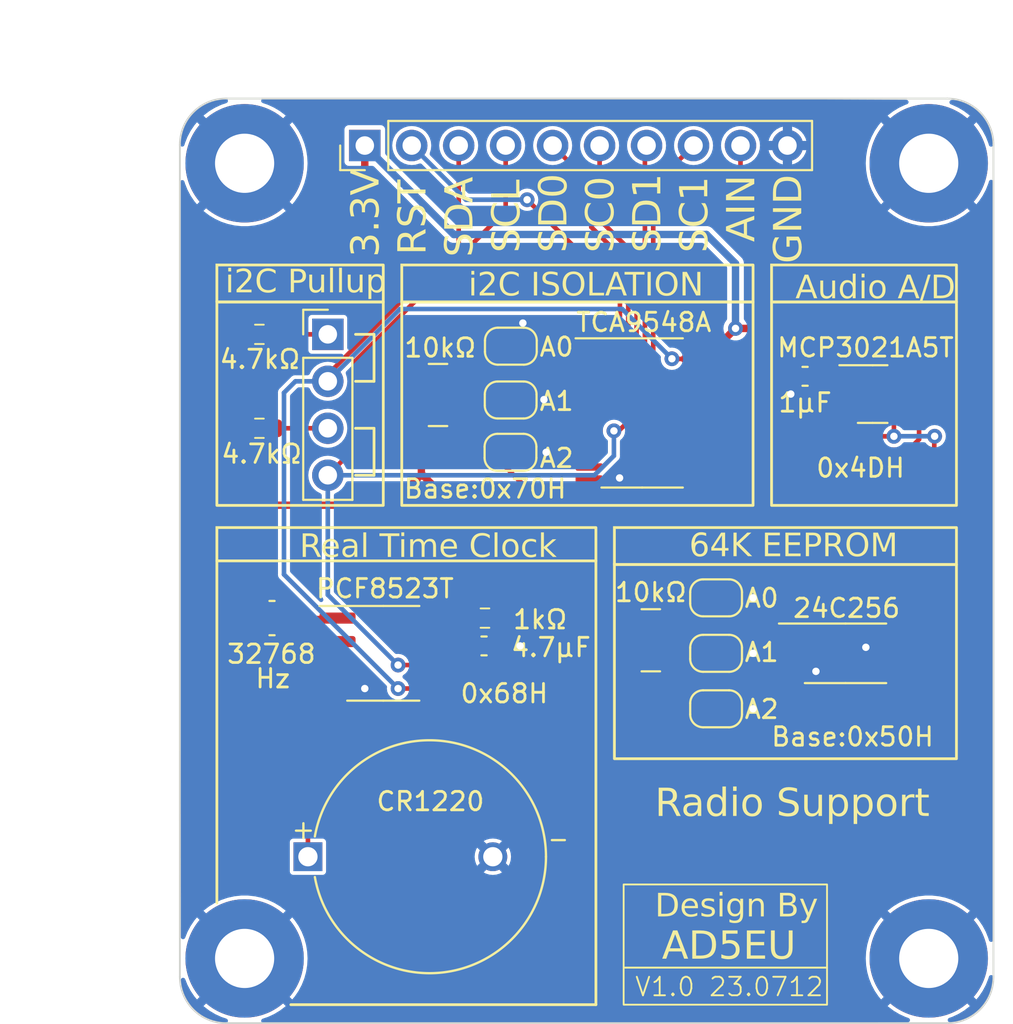
<source format=kicad_pcb>
(kicad_pcb (version 20221018) (generator pcbnew)
  (layers (0 "F.Cu" signal) (31 "B.Cu" signal) (34 "B.Paste" user) (35 "F.Paste" user) (36 "B.SilkS" user "B.Silkscreen") (37 "F.SilkS" user "F.Silkscreen") (38 "B.Mask" user) (39 "F.Mask" user) (44 "Edge.Cuts" user))
  (net 0 "")
  (net 1 "~{RST}")
  (net 2 "GND")
  (net 3 "+3.3V")
  (net 4 "Net-(U2-VDD)")
  (net 5 "Net-(JP1-A)")
  (net 6 "Net-(JP2-A)")
  (net 7 "Net-(JP3-A)")
  (net 8 "Net-(JP4-A)")
  (net 9 "SCL")
  (net 10 "SDA")
  (net 11 "Net-(JP5-A)")
  (net 12 "Net-(JP6-A)")
  (net 13 "Net-(J2-Pin_1)")
  (net 14 "Net-(J2-Pin_3)")
  (net 29 "Net-(U2-OSCI)")
  (net 30 "Net-(U2-OSCO)")
  (net 31 "Net-(BT2-+)")
  (net 33 "SCL1")
  (net 34 "SDA1")
  (net 35 "SCL0")
  (net 36 "SDA0")
  (net 37 "AUDIO")
  (footprint "Resistor_SMD:R_0603_1608Metric" (layer "F.Cu") (at 54.3 67.83 180)
    (fp_text reference "R1" hide)
    (fp_text value "4.7kΩ" (at -0.12 -1.39) (layer "F.SilkS"))
    (pad "1" smd roundrect (at -0.825 0 180) (size 0.8 0.95) (layers "F.Cu" "F.Paste" "F.Mask") (net 14 "Net-(J2-Pin_3)"))
    (pad "2" smd roundrect (at 0.825 0 180) (size 0.8 0.95) (layers "F.Cu" "F.Paste" "F.Mask") (net 3 "+3.3V"))
  )
  (footprint "Jumper:SolderJumper-2_P1.3mm_Open_RoundedPad1.0x1.5mm" (layer "F.Cu") (at 67.9 63.39)
    (fp_text reference "JP1" hide)
    (fp_text value "Jumper_2_Bridged" hide)
    (pad "1" smd custom (at -0.65 0) (size 1 0.5) (layers "F.Cu" "F.Mask") (net 5 "Net-(JP1-A)") (options (clearance outline) (anchor rect)) (primitives (gr_circle (center 0 0.25) (end 0.5 0.25) (width 0) (fill yes)) (gr_circle (center 0 -0.25) (end 0.5 -0.25) (width 0) (fill yes)) (gr_poly (pts (xy 0.5 0.75) (xy 0 0.75) (xy 0 -0.75) (xy 0.5 -0.75)) (width 0) (fill yes))))
    (pad "2" smd custom (at 0.65 0) (size 1 0.5) (layers "F.Cu" "F.Mask") (net 2 "GND") (options (clearance outline) (anchor rect)) (primitives (gr_circle (center 0 0.25) (end 0.5 0.25) (width 0) (fill yes)) (gr_circle (center 0 -0.25) (end 0.5 -0.25) (width 0) (fill yes)) (gr_poly (pts (xy 0 0.75) (xy -0.5 0.75) (xy -0.5 -0.75) (xy 0 -0.75)) (width 0) (fill yes))))
  )
  (footprint "Connector_PinHeader_2.54mm:PinHeader_1x04_P2.54mm_Vertical" (layer "F.Cu") (at 58 62.75)
    (fp_text reference "J2" hide)
    (fp_text value "Conn_01x04_Pin" hide)
    (pad "1" thru_hole rect (at 0 0) (size 1.7 1.7) (drill 1) (layers "*.Cu" "*.Mask") (net 13 "Net-(J2-Pin_1)"))
    (pad "2" thru_hole oval (at 0 2.54) (size 1.7 1.7) (drill 1) (layers "*.Cu" "*.Mask") (net 10 "SDA"))
    (pad "3" thru_hole oval (at 0 5.08) (size 1.7 1.7) (drill 1) (layers "*.Cu" "*.Mask") (net 14 "Net-(J2-Pin_3)"))
    (pad "4" thru_hole oval (at 0 7.62) (size 1.7 1.7) (drill 1) (layers "*.Cu" "*.Mask") (net 9 "SCL"))
  )
  (footprint "Capacitor_SMD:C_0603_1608Metric" (layer "F.Cu") (at 83.813198 65.02)
    (fp_text reference "C2" hide)
    (fp_text value "1µF" (at 0 1.43) (layer "F.SilkS"))
    (pad "1" smd roundrect (at -0.775 0) (size 0.9 0.95) (layers "F.Cu" "F.Paste" "F.Mask") (net 2 "GND"))
    (pad "2" smd roundrect (at 0.775 0) (size 0.9 0.95) (layers "F.Cu" "F.Paste" "F.Mask") (net 3 "+3.3V"))
  )
  (footprint "Jumper:SolderJumper-2_P1.3mm_Open_RoundedPad1.0x1.5mm" (layer "F.Cu") (at 67.88 69.13)
    (fp_text reference "JP3" hide)
    (fp_text value "Jumper_2_Bridged" hide)
    (pad "1" smd custom (at -0.65 0) (size 1 0.5) (layers "F.Cu" "F.Mask") (net 7 "Net-(JP3-A)") (options (clearance outline) (anchor rect)) (primitives (gr_circle (center 0 0.25) (end 0.5 0.25) (width 0) (fill yes)) (gr_circle (center 0 -0.25) (end 0.5 -0.25) (width 0) (fill yes)) (gr_poly (pts (xy 0.5 0.75) (xy 0 0.75) (xy 0 -0.75) (xy 0.5 -0.75)) (width 0) (fill yes))))
    (pad "2" smd custom (at 0.65 0) (size 1 0.5) (layers "F.Cu" "F.Mask") (net 2 "GND") (options (clearance outline) (anchor rect)) (primitives (gr_circle (center 0 0.25) (end 0.5 0.25) (width 0) (fill yes)) (gr_circle (center 0 -0.25) (end 0.5 -0.25) (width 0) (fill yes)) (gr_poly (pts (xy 0 0.75) (xy -0.5 0.75) (xy -0.5 -0.75) (xy 0 -0.75)) (width 0) (fill yes))))
  )
  (footprint "Capacitor_SMD:C_0603_1608Metric" (layer "F.Cu") (at 66.45 79.6)
    (fp_text reference "C1" hide)
    (fp_text value "4.7µF" (at 3.62 0.08) (layer "F.SilkS"))
    (pad "1" smd roundrect (at -0.775 0) (size 0.9 0.95) (layers "F.Cu" "F.Paste" "F.Mask") (net 4 "Net-(U2-VDD)"))
    (pad "2" smd roundrect (at 0.775 0) (size 0.9 0.95) (layers "F.Cu" "F.Paste" "F.Mask") (net 2 "GND"))
  )
  (footprint "MountingHole:MountingHole_3.2mm_M3_Pad" (layer "F.Cu") (at 90.5 53.5)
    (fp_text reference "REF**" hide)
    (fp_text value "MountingHole_3.2mm_M3_Pad" hide)
    (pad "1" thru_hole circle (at 0 0) (size 6.4 6.4) (drill 3.2) (layers "*.Cu" "*.Mask") (net 2 "GND"))
  )
  (footprint "Jumper:SolderJumper-2_P1.3mm_Open_RoundedPad1.0x1.5mm" (layer "F.Cu") (at 79 83)
    (fp_text reference "JP4" hide)
    (fp_text value "Jumper_2_Bridged" hide)
    (pad "1" smd custom (at -0.65 0) (size 1 0.5) (layers "F.Cu" "F.Mask") (net 8 "Net-(JP4-A)") (options (clearance outline) (anchor rect)) (primitives (gr_circle (center 0 0.25) (end 0.5 0.25) (width 0) (fill yes)) (gr_circle (center 0 -0.25) (end 0.5 -0.25) (width 0) (fill yes)) (gr_poly (pts (xy 0.5 0.75) (xy 0 0.75) (xy 0 -0.75) (xy 0.5 -0.75)) (width 0) (fill yes))))
    (pad "2" smd custom (at 0.65 0) (size 1 0.5) (layers "F.Cu" "F.Mask") (net 2 "GND") (options (clearance outline) (anchor rect)) (primitives (gr_circle (center 0 0.25) (end 0.5 0.25) (width 0) (fill yes)) (gr_circle (center 0 -0.25) (end 0.5 -0.25) (width 0) (fill yes)) (gr_poly (pts (xy 0 0.75) (xy -0.5 0.75) (xy -0.5 -0.75) (xy 0 -0.75)) (width 0) (fill yes))))
  )
  (footprint "CR1220:BAT_BR1225A_HBN" (layer "F.Cu") (at 63.5 91)
    (fp_text reference "BT2" hide)
    (fp_text value "CR1220" (at 0.05 -2.99) (layer "F.SilkS"))
    (pad "1" thru_hole rect (at -6.575 0) (size 1.56 1.56) (drill 1.04) (layers "*.Cu" "*.Mask") (net 31 "Net-(BT2-+)"))
    (pad "2" thru_hole circle (at 3.425 0) (size 1.56 1.56) (drill 1.04) (layers "*.Cu" "*.Mask") (net 2 "GND"))
  )
  (footprint "Package_SO:TSSOP-8_4.4x3mm_P0.65mm" (layer "F.Cu") (at 86 80)
    (fp_text reference "U5" hide)
    (fp_text value "24C256" (at 0.06 -2.44) (layer "F.SilkS"))
    (pad "1" smd roundrect (at -2.8625 -0.975) (size 1.475 0.4) (layers "F.Cu" "F.Paste" "F.Mask") (net 12 "Net-(JP6-A)"))
    (pad "2" smd roundrect (at -2.8625 -0.325) (size 1.475 0.4) (layers "F.Cu" "F.Paste" "F.Mask") (net 11 "Net-(JP5-A)"))
    (pad "3" smd roundrect (at -2.8625 0.325) (size 1.475 0.4) (layers "F.Cu" "F.Paste" "F.Mask") (net 8 "Net-(JP4-A)"))
    (pad "4" smd roundrect (at -2.8625 0.975) (size 1.475 0.4) (layers "F.Cu" "F.Paste" "F.Mask") (net 2 "GND"))
    (pad "5" smd roundrect (at 2.8625 0.975) (size 1.475 0.4) (layers "F.Cu" "F.Paste" "F.Mask") (net 10 "SDA"))
    (pad "6" smd roundrect (at 2.8625 0.325) (size 1.475 0.4) (layers "F.Cu" "F.Paste" "F.Mask") (net 9 "SCL"))
    (pad "7" smd roundrect (at 2.8625 -0.325) (size 1.475 0.4) (layers "F.Cu" "F.Paste" "F.Mask") (net 2 "GND"))
    (pad "8" smd roundrect (at 2.8625 -0.975) (size 1.475 0.4) (layers "F.Cu" "F.Paste" "F.Mask") (net 3 "+3.3V"))
  )
  (footprint "Jumper:SolderJumper-2_P1.3mm_Open_RoundedPad1.0x1.5mm" (layer "F.Cu") (at 79 80)
    (fp_text reference "JP5" hide)
    (fp_text value "Jumper_2_Bridged" hide)
    (pad "1" smd custom (at -0.65 0) (size 1 0.5) (layers "F.Cu" "F.Mask") (net 11 "Net-(JP5-A)") (options (clearance outline) (anchor rect)) (primitives (gr_circle (center 0 0.25) (end 0.5 0.25) (width 0) (fill yes)) (gr_circle (center 0 -0.25) (end 0.5 -0.25) (width 0) (fill yes)) (gr_poly (pts (xy 0.5 0.75) (xy 0 0.75) (xy 0 -0.75) (xy 0.5 -0.75)) (width 0) (fill yes))))
    (pad "2" smd custom (at 0.65 0) (size 1 0.5) (layers "F.Cu" "F.Mask") (net 2 "GND") (options (clearance outline) (anchor rect)) (primitives (gr_circle (center 0 0.25) (end 0.5 0.25) (width 0) (fill yes)) (gr_circle (center 0 -0.25) (end 0.5 -0.25) (width 0) (fill yes)) (gr_poly (pts (xy 0 0.75) (xy -0.5 0.75) (xy -0.5 -0.75) (xy 0 -0.75)) (width 0) (fill yes))))
  )
  (footprint "Connector_PinHeader_2.54mm:PinHeader_1x10_P2.54mm_Vertical" (layer "F.Cu") (at 60 52.54 90)
    (fp_text reference "J1" hide)
    (fp_text value "Conn_01x10_Pin" hide)
    (pad "1" thru_hole rect (at 0 0 90) (size 1.7 1.7) (drill 1) (layers "*.Cu" "*.Mask") (net 3 "+3.3V"))
    (pad "2" thru_hole oval (at 0 2.54 90) (size 1.7 1.7) (drill 1) (layers "*.Cu" "*.Mask") (net 1 "~{RST}"))
    (pad "3" thru_hole oval (at 0 5.08 90) (size 1.7 1.7) (drill 1) (layers "*.Cu" "*.Mask") (net 10 "SDA"))
    (pad "4" thru_hole oval (at 0 7.62 90) (size 1.7 1.7) (drill 1) (layers "*.Cu" "*.Mask") (net 9 "SCL"))
    (pad "5" thru_hole oval (at 0 10.16 90) (size 1.7 1.7) (drill 1) (layers "*.Cu" "*.Mask") (net 36 "SDA0"))
    (pad "6" thru_hole oval (at 0 12.7 90) (size 1.7 1.7) (drill 1) (layers "*.Cu" "*.Mask") (net 35 "SCL0"))
    (pad "7" thru_hole oval (at 0 15.24 90) (size 1.7 1.7) (drill 1) (layers "*.Cu" "*.Mask") (net 34 "SDA1"))
    (pad "8" thru_hole oval (at 0 17.78 90) (size 1.7 1.7) (drill 1) (layers "*.Cu" "*.Mask") (net 33 "SCL1"))
    (pad "9" thru_hole oval (at 0 20.32 90) (size 1.7 1.7) (drill 1) (layers "*.Cu" "*.Mask") (net 37 "AUDIO"))
    (pad "10" thru_hole oval (at 0 22.86 90) (size 1.7 1.7) (drill 1) (layers "*.Cu" "*.Mask") (net 2 "GND"))
  )
  (footprint "Jumper:SolderJumper-2_P1.3mm_Open_RoundedPad1.0x1.5mm" (layer "F.Cu") (at 67.89 66.3)
    (fp_text reference "JP2" hide)
    (fp_text value "Jumper_2_Bridged" hide)
    (pad "1" smd custom (at -0.65 0) (size 1 0.5) (layers "F.Cu" "F.Mask") (net 6 "Net-(JP2-A)") (options (clearance outline) (anchor rect)) (primitives (gr_circle (center 0 0.25) (end 0.5 0.25) (width 0) (fill yes)) (gr_circle (center 0 -0.25) (end 0.5 -0.25) (width 0) (fill yes)) (gr_poly (pts (xy 0.5 0.75) (xy 0 0.75) (xy 0 -0.75) (xy 0.5 -0.75)) (width 0) (fill yes))))
    (pad "2" smd custom (at 0.65 0) (size 1 0.5) (layers "F.Cu" "F.Mask") (net 2 "GND") (options (clearance outline) (anchor rect)) (primitives (gr_circle (center 0 0.25) (end 0.5 0.25) (width 0) (fill yes)) (gr_circle (center 0 -0.25) (end 0.5 -0.25) (width 0) (fill yes)) (gr_poly (pts (xy 0 0.75) (xy -0.5 0.75) (xy -0.5 -0.75) (xy 0 -0.75)) (width 0) (fill yes))))
  )
  (footprint "Resistor_SMD:R_0603_1608Metric" (layer "F.Cu") (at 54.3 62.75 180)
    (fp_text reference "R2" hide)
    (fp_text value "4.7kΩ" (at -0.03 -1.35) (layer "F.SilkS"))
    (pad "1" smd roundrect (at -0.825 0 180) (size 0.8 0.95) (layers "F.Cu" "F.Paste" "F.Mask") (net 13 "Net-(J2-Pin_1)"))
    (pad "2" smd roundrect (at 0.825 0 180) (size 0.8 0.95) (layers "F.Cu" "F.Paste" "F.Mask") (net 3 "+3.3V"))
  )
  (footprint "Resistor_SMD:R_0603_1608Metric" (layer "F.Cu") (at 66.5 78.095)
    (fp_text reference "R3" hide)
    (fp_text value "1kΩ" (at 2.985 0.08) (layer "F.SilkS"))
    (pad "1" smd roundrect (at -0.825 0) (size 0.8 0.95) (layers "F.Cu" "F.Paste" "F.Mask") (net 4 "Net-(U2-VDD)"))
    (pad "2" smd roundrect (at 0.825 0) (size 0.8 0.95) (layers "F.Cu" "F.Paste" "F.Mask") (net 3 "+3.3V"))
  )
  (footprint "RT3215:RT3215-32.768-12.5-TR" (layer "F.Cu") (at 54.9822 78.095 180)
    (fp_text reference "Y1" hide)
    (fp_text value "32768" (at 0.0322 -1.945) (layer "F.SilkS"))
    (pad "1" smd rect (at -1.0922 0 270) (size 1.397 1.4224) (layers "F.Cu" "F.Paste" "F.Mask") (net 29 "Net-(U2-OSCI)"))
    (pad "2" smd rect (at 1.0922 0 270) (size 1.397 1.4224) (layers "F.Cu" "F.Paste" "F.Mask") (net 30 "Net-(U2-OSCO)"))
  )
  (footprint "Package_SO:SOIC-8_3.9x4.9mm_P1.27mm" (layer "F.Cu") (at 61 80)
    (fp_text reference "U2" hide)
    (fp_text value "PCF8523T" (at 0.09 -3.5) (layer "F.SilkS"))
    (pad "1" smd roundrect (at -2.475 -1.905) (size 1.95 0.6) (layers "F.Cu" "F.Paste" "F.Mask") (net 29 "Net-(U2-OSCI)"))
    (pad "2" smd roundrect (at -2.475 -0.635) (size 1.95 0.6) (layers "F.Cu" "F.Paste" "F.Mask") (net 30 "Net-(U2-OSCO)"))
    (pad "3" smd roundrect (at -2.475 0.635) (size 1.95 0.6) (layers "F.Cu" "F.Paste" "F.Mask") (net 31 "Net-(BT2-+)"))
    (pad "4" smd roundrect (at -2.475 1.905) (size 1.95 0.6) (layers "F.Cu" "F.Paste" "F.Mask") (net 2 "GND"))
    (pad "5" smd roundrect (at 2.475 1.905) (size 1.95 0.6) (layers "F.Cu" "F.Paste" "F.Mask") (net 10 "SDA"))
    (pad "6" smd roundrect (at 2.475 0.635) (size 1.95 0.6) (layers "F.Cu" "F.Paste" "F.Mask") (net 9 "SCL"))
    (pad "7" smd roundrect (at 2.475 -0.635) (size 1.95 0.6) (layers "F.Cu" "F.Paste" "F.Mask"))
    (pad "8" smd roundrect (at 2.475 -1.905) (size 1.95 0.6) (layers "F.Cu" "F.Paste" "F.Mask") (net 4 "Net-(U2-VDD)"))
  )
  (footprint "Resistor_SMD:R_Array_Convex_4x0603" (layer "F.Cu") (at 63.96 66.03)
    (fp_text reference "RN1" hide)
    (fp_text value "10kΩ" (at 0.12 -2.55) (layer "F.SilkS"))
    (pad "1" smd rect (at -0.9 -1.2) (size 0.8 0.5) (layers "F.Cu" "F.Paste" "F.Mask") (net 3 "+3.3V"))
    (pad "2" smd rect (at -0.9 -0.4) (size 0.8 0.4) (layers "F.Cu" "F.Paste" "F.Mask") (net 3 "+3.3V"))
    (pad "3" smd rect (at -0.9 0.4) (size 0.8 0.4) (layers "F.Cu" "F.Paste" "F.Mask") (net 3 "+3.3V"))
    (pad "4" smd rect (at -0.9 1.2) (size 0.8 0.5) (layers "F.Cu" "F.Paste" "F.Mask") (net 3 "+3.3V"))
    (pad "5" smd rect (at 0.9 1.2) (size 0.8 0.5) (layers "F.Cu" "F.Paste" "F.Mask") (net 7 "Net-(JP3-A)"))
    (pad "6" smd rect (at 0.9 0.4) (size 0.8 0.4) (layers "F.Cu" "F.Paste" "F.Mask"))
    (pad "7" smd rect (at 0.9 -0.4) (size 0.8 0.4) (layers "F.Cu" "F.Paste" "F.Mask") (net 6 "Net-(JP2-A)"))
    (pad "8" smd rect (at 0.9 -1.2) (size 0.8 0.5) (layers "F.Cu" "F.Paste" "F.Mask") (net 5 "Net-(JP1-A)"))
  )
  (footprint "Jumper:SolderJumper-2_P1.3mm_Open_RoundedPad1.0x1.5mm" (layer "F.Cu") (at 79 77)
    (fp_text reference "JP6" hide)
    (fp_text value "Jumper_2_Bridged" hide)
    (pad "1" smd custom (at -0.65 0) (size 1 0.5) (layers "F.Cu" "F.Mask") (net 12 "Net-(JP6-A)") (options (clearance outline) (anchor rect)) (primitives (gr_circle (center 0 0.25) (end 0.5 0.25) (width 0) (fill yes)) (gr_circle (center 0 -0.25) (end 0.5 -0.25) (width 0) (fill yes)) (gr_poly (pts (xy 0.5 0.75) (xy 0 0.75) (xy 0 -0.75) (xy 0.5 -0.75)) (width 0) (fill yes))))
    (pad "2" smd custom (at 0.65 0) (size 1 0.5) (layers "F.Cu" "F.Mask") (net 2 "GND") (options (clearance outline) (anchor rect)) (primitives (gr_circle (center 0 0.25) (end 0.5 0.25) (width 0) (fill yes)) (gr_circle (center 0 -0.25) (end 0.5 -0.25) (width 0) (fill yes)) (gr_poly (pts (xy 0 0.75) (xy -0.5 0.75) (xy -0.5 -0.75) (xy 0 -0.75)) (width 0) (fill yes))))
  )
  (footprint "MountingHole:MountingHole_3.2mm_M3_Pad" (layer "F.Cu") (at 53.5 53.5)
    (fp_text reference "REF**" hide)
    (fp_text value "MountingHole_3.2mm_M3_Pad" hide)
    (pad "1" thru_hole circle (at 0 0) (size 6.4 6.4) (drill 3.2) (layers "*.Cu" "*.Mask") (net 2 "GND"))
  )
  (footprint "Package_TO_SOT_SMD:SOT-23-5" (layer "F.Cu") (at 87.468198 65.98)
    (fp_text reference "U4" hide)
    (fp_text value "MCP3021A5T" (at -0.388198 -2.51) (layer "F.SilkS"))
    (pad "1" smd roundrect (at -1.1375 -0.95) (size 1.325 0.6) (layers "F.Cu" "F.Paste" "F.Mask") (net 3 "+3.3V"))
    (pad "2" smd roundrect (at -1.1375 0) (size 1.325 0.6) (layers "F.Cu" "F.Paste" "F.Mask") (net 2 "GND"))
    (pad "3" smd roundrect (at -1.1375 0.95) (size 1.325 0.6) (layers "F.Cu" "F.Paste" "F.Mask") (net 37 "AUDIO"))
    (pad "4" smd roundrect (at 1.1375 0.95) (size 1.325 0.6) (layers "F.Cu" "F.Paste" "F.Mask") (net 10 "SDA"))
    (pad "5" smd roundrect (at 1.1375 -0.95) (size 1.325 0.6) (layers "F.Cu" "F.Paste" "F.Mask") (net 9 "SCL"))
  )
  (footprint "MountingHole:MountingHole_3.2mm_M3_Pad" (layer "F.Cu") (at 90.5 96.5)
    (fp_text reference "REF**" hide)
    (fp_text value "MountingHole_3.2mm_M3_Pad" hide)
    (pad "1" thru_hole circle (at 0 0) (size 6.4 6.4) (drill 3.2) (layers "*.Cu" "*.Mask") (net 2 "GND"))
  )
  (footprint "Resistor_SMD:R_Array_Convex_4x0603" (layer "F.Cu") (at 75.47 79.295)
    (fp_text reference "RN2" hide)
    (fp_text value "10kΩ" (at 0 -2.59) (layer "F.SilkS"))
    (pad "1" smd rect (at -0.9 -1.2) (size 0.8 0.5) (layers "F.Cu" "F.Paste" "F.Mask") (net 3 "+3.3V"))
    (pad "2" smd rect (at -0.9 -0.4) (size 0.8 0.4) (layers "F.Cu" "F.Paste" "F.Mask") (net 3 "+3.3V"))
    (pad "3" smd rect (at -0.9 0.4) (size 0.8 0.4) (layers "F.Cu" "F.Paste" "F.Mask") (net 3 "+3.3V"))
    (pad "4" smd rect (at -0.9 1.2) (size 0.8 0.5) (layers "F.Cu" "F.Paste" "F.Mask") (net 3 "+3.3V"))
    (pad "5" smd rect (at 0.9 1.2) (size 0.8 0.5) (layers "F.Cu" "F.Paste" "F.Mask") (net 8 "Net-(JP4-A)"))
    (pad "6" smd rect (at 0.9 0.4) (size 0.8 0.4) (layers "F.Cu" "F.Paste" "F.Mask"))
    (pad "7" smd rect (at 0.9 -0.4) (size 0.8 0.4) (layers "F.Cu" "F.Paste" "F.Mask") (net 11 "Net-(JP5-A)"))
    (pad "8" smd rect (at 0.9 -1.2) (size 0.8 0.5) (layers "F.Cu" "F.Paste" "F.Mask") (net 12 "Net-(JP6-A)"))
  )
  (footprint "Package_SO:TSSOP-24_4.4x7.8mm_P0.65mm" (layer "F.Cu") (at 75 67)
    (fp_text reference "U1" hide)
    (fp_text value "TCA9548A" (at 0.09 -4.9) (layer "F.SilkS"))
    (pad "1" smd roundrect (at -2.8625 -3.575) (size 1.475 0.4) (layers "F.Cu" "F.Paste" "F.Mask") (net 5 "Net-(JP1-A)"))
    (pad "2" smd roundrect (at -2.8625 -2.925) (size 1.475 0.4) (layers "F.Cu" "F.Paste" "F.Mask") (net 6 "Net-(JP2-A)"))
    (pad "3" smd roundrect (at -2.8625 -2.275) (size 1.475 0.4) (layers "F.Cu" "F.Paste" "F.Mask") (net 1 "~{RST}"))
    (pad "4" smd roundrect (at -2.8625 -1.625) (size 1.475 0.4) (layers "F.Cu" "F.Paste" "F.Mask") (net 36 "SDA0"))
    (pad "5" smd roundrect (at -2.8625 -0.975) (size 1.475 0.4) (layers "F.Cu" "F.Paste" "F.Mask") (net 35 "SCL0"))
    (pad "6" smd roundrect (at -2.8625 -0.325) (size 1.475 0.4) (layers "F.Cu" "F.Paste" "F.Mask") (net 34 "SDA1"))
    (pad "7" smd roundrect (at -2.8625 0.325) (size 1.475 0.4) (layers "F.Cu" "F.Paste" "F.Mask") (net 33 "SCL1"))
    (pad "8" smd roundrect (at -2.8625 0.975) (size 1.475 0.4) (layers "F.Cu" "F.Paste" "F.Mask"))
    (pad "9" smd roundrect (at -2.8625 1.625) (size 1.475 0.4) (layers "F.Cu" "F.Paste" "F.Mask"))
    (pad "10" smd roundrect (at -2.8625 2.275) (size 1.475 0.4) (layers "F.Cu" "F.Paste" "F.Mask"))
    (pad "11" smd roundrect (at -2.8625 2.925) (size 1.475 0.4) (layers "F.Cu" "F.Paste" "F.Mask"))
    (pad "12" smd roundrect (at -2.8625 3.575) (size 1.475 0.4) (layers "F.Cu" "F.Paste" "F.Mask") (net 2 "GND"))
    (pad "13" smd roundrect (at 2.8625 3.575) (size 1.475 0.4) (layers "F.Cu" "F.Paste" "F.Mask"))
    (pad "14" smd roundrect (at 2.8625 2.925) (size 1.475 0.4) (layers "F.Cu" "F.Paste" "F.Mask"))
    (pad "15" smd roundrect (at 2.8625 2.275) (size 1.475 0.4) (layers "F.Cu" "F.Paste" "F.Mask"))
    (pad "16" smd roundrect (at 2.8625 1.625) (size 1.475 0.4) (layers "F.Cu" "F.Paste" "F.Mask"))
    (pad "17" smd roundrect (at 2.8625 0.975) (size 1.475 0.4) (layers "F.Cu" "F.Paste" "F.Mask"))
    (pad "18" smd roundrect (at 2.8625 0.325) (size 1.475 0.4) (layers "F.Cu" "F.Paste" "F.Mask"))
    (pad "19" smd roundrect (at 2.8625 -0.325) (size 1.475 0.4) (layers "F.Cu" "F.Paste" "F.Mask"))
    (pad "20" smd roundrect (at 2.8625 -0.975) (size 1.475 0.4) (layers "F.Cu" "F.Paste" "F.Mask"))
    (pad "21" smd roundrect (at 2.8625 -1.625) (size 1.475 0.4) (layers "F.Cu" "F.Paste" "F.Mask") (net 7 "Net-(JP3-A)"))
    (pad "22" smd roundrect (at 2.8625 -2.275) (size 1.475 0.4) (layers "F.Cu" "F.Paste" "F.Mask") (net 9 "SCL"))
    (pad "23" smd roundrect (at 2.8625 -2.925) (size 1.475 0.4) (layers "F.Cu" "F.Paste" "F.Mask") (net 10 "SDA"))
    (pad "24" smd roundrect (at 2.8625 -3.575) (size 1.475 0.4) (layers "F.Cu" "F.Paste" "F.Mask") (net 3 "+3.3V"))
  )
  (footprint "MountingHole:MountingHole_3.2mm_M3_Pad" (layer "F.Cu") (at 53.5 96.5)
    (fp_text reference "REF**" hide)
    (fp_text value "MountingHole_3.2mm_M3_Pad" hide)
    (pad "1" thru_hole circle (at 0 0) (size 6.4 6.4) (drill 3.2) (layers "*.Cu" "*.Mask") (net 2 "GND"))
  )
  (gr_rect (start 62 59) (end 81 61) (stroke (width 0.15)) (fill none) (layer "F.SilkS"))
  (gr_line (start 59.5 62.75) (end 60.5 62.75) (stroke (width 0.15)) (layer "F.SilkS"))
  (gr_rect (start 62 61) (end 81 72) (stroke (width 0.15)) (fill none) (layer "F.SilkS"))
  (gr_rect (start 73.5 73.2) (end 92 75.2) (stroke (width 0.15)) (fill none) (layer "F.SilkS"))
  (gr_line (start 72.5 99) (end 56 99) (stroke (width 0.15)) (layer "F.SilkS"))
  (gr_line (start 52 75) (end 52 93.5) (stroke (width 0.15)) (layer "F.SilkS"))
  (gr_line (start 60.5 65.29) (end 59.5 65.29) (stroke (width 0.15)) (layer "F.SilkS"))
  (gr_line (start 60.5 67.83) (end 60.5 70.37) (stroke (width 0.15)) (layer "F.SilkS"))
  (gr_rect (start 82 59) (end 92 61) (stroke (width 0.15)) (fill none) (layer "F.SilkS"))
  (gr_rect (start 52 59) (end 61 61) (stroke (width 0.15)) (fill none) (layer "F.SilkS"))
  (gr_line (start 72.5 75) (end 72.5 99) (stroke (width 0.15)) (layer "F.SilkS"))
  (gr_rect (start 52 61) (end 61 72) (stroke (width 0.15)) (fill none) (layer "F.SilkS"))
  (gr_rect (start 82 61) (end 92 72) (stroke (width 0.15)) (fill none) (layer "F.SilkS"))
  (gr_rect (start 73.5 75.2) (end 92 85.7) (stroke (width 0.15)) (fill none) (layer "F.SilkS"))
  (gr_line (start 60.5 62.75) (end 60.5 65.29) (stroke (width 0.15)) (layer "F.SilkS"))
  (gr_line (start 60.5 70.37) (end 59.5 70.37) (stroke (width 0.15)) (layer "F.SilkS"))
  (gr_rect (start 74 97) (end 85 99) (stroke (width 0.1)) (fill none) (layer "F.SilkS"))
  (gr_line (start 59.5 67.83) (end 60.5 67.83) (stroke (width 0.15)) (layer "F.SilkS"))
  (gr_rect (start 74 92.5) (end 85 97) (stroke (width 0.1)) (fill none) (layer "F.SilkS"))
  (gr_rect (start 52 73.2) (end 72.5 75) (stroke (width 0.15)) (fill none) (layer "F.SilkS"))
  (gr_arc (start 52.5 100) (mid 50.732234 99.267767) (end 50 97.5) (stroke (width 0.1)) (layer "Edge.Cuts"))
  (gr_line (start 94 52.5) (end 94 97.5) (stroke (width 0.1)) (layer "Edge.Cuts"))
  (gr_arc (start 50 52.5) (mid 50.732233 50.732234) (end 52.5 50) (stroke (width 0.1)) (layer "Edge.Cuts"))
  (gr_line (start 52.5 50) (end 91.5 50) (stroke (width 0.1)) (layer "Edge.Cuts"))
  (gr_line (start 50 52.5) (end 50 97.5) (stroke (width 0.1)) (layer "Edge.Cuts"))
  (gr_arc (start 94 97.5) (mid 93.267767 99.267767) (end 91.5 100) (stroke (width 0.1)) (layer "Edge.Cuts"))
  (gr_line (start 52.5 100) (end 91.5 100) (stroke (width 0.1)) (layer "Edge.Cuts"))
  (gr_arc (start 91.5 50) (mid 93.267767 50.732233) (end 94 52.5) (stroke (width 0.1)) (layer "Edge.Cuts"))
  (gr_text "3.3V" (at 61 58.575939 90) (layer "F.SilkS") (effects (font (size 1.5 1.5) (thickness 0.1875)) (justify left bottom)))
  (gr_text "RST" (at 63.54 58.454306 90) (layer "F.SilkS") (effects (font (size 1.5 1.5) (thickness 0.1875)) (justify left bottom)))
  (gr_text "Hz" (at 54 81.95) (layer "F.SilkS") (effects (font (size 1 1)) (justify left bottom)))
  (gr_text "GND" (at 83.86 58.920321 90) (layer "F.SilkS") (effects (font (size 1.5 1.5) (thickness 0.1875)) (justify left bottom)))
  (gr_text "SDA" (at 66.08 58.571542 90) (layer "F.SilkS") (effects (font (size 1.5 1.5) (thickness 0.1875)) (justify left bottom)))
  (gr_text "i2C Pullup" (at 52.45 60.69) (layer "F.SilkS") (effects (font (size 1.25 1.25)) (justify left bottom)))
  (gr_text "A1" (at 69.37 66.95) (layer "F.SilkS") (effects (font (size 1 1)) (justify left bottom)))
  (gr_text "SD0" (at 71.16 58.34 90) (layer "F.SilkS") (effects (font (size 1.5 1.5) (thickness 0.1875)) (justify left bottom)))
  (gr_text "SC0" (at 73.7 58.34 90) (layer "F.SilkS") (effects (font (size 1.5 1.5) (thickness 0.1875)) (justify left bottom)))
  (gr_text "Radio Support" (at 75.69 89.05) (layer "F.SilkS") (effects (font (size 1.5 1.5)) (justify left bottom)))
  (gr_text "A2" (at 69.37 70.03) (layer "F.SilkS") (effects (font (size 1 1)) (justify left bottom)))
  (gr_text "SCL" (at 68.62 58.34 90) (layer "F.SilkS") (effects (font (size 1.5 1.5) (thickness 0.1875)) (justify left bottom)))
  (gr_text "AIN" (at 81.32 57.755283 90) (layer "F.SilkS") (effects (font (size 1.5 1.5) (thickness 0.1875)) (justify left bottom)))
  (gr_text "Design By\n" (at 75.69 94.44) (layer "F.SilkS") (effects (font (size 1.25 1.25)) (justify left bottom)))
  (gr_text "0x68H" (at 65.09 82.76) (layer "F.SilkS") (effects (font (size 1 1)) (justify left bottom)))
  (gr_text "0x4DH" (at 84.33 70.56) (layer "F.SilkS") (effects (font (size 1 1)) (justify left bottom)))
  (gr_text "Real Time Clock" (at 56.47 75) (layer "F.SilkS") (effects (font (size 1.25 1.25)) (justify left bottom)))
  (gr_text "V1.0 23.0712" (at 74.55 98.62) (layer "F.SilkS") (effects (font (size 1 1) (thickness 0.1)) (justify left bottom)))
  (gr_text "A2" (at 80.46 83.61) (layer "F.SilkS") (effects (font (size 1 1)) (justify left bottom)))
  (gr_text "A0" (at 69.37 64.02) (layer "F.SilkS") (effects (font (size 1 1)) (justify left bottom)))
  (gr_text "SD1" (at 76.24 58.34 90) (layer "F.SilkS") (effects (font (size 1.5 1.5) (thickness 0.1875)) (justify left bottom)))
  (gr_text "64K EEPROM" (at 83.19 74.96) (layer "F.SilkS") (effects (font (size 1.25 1.25)) (justify bottom)))
  (gr_text "\nBase:0x50H" (at 81.9 85.1) (layer "F.SilkS") (effects (font (size 1 1)) (justify left bottom)))
  (gr_text "AD5EU" (at 76.07 96.77) (layer "F.SilkS") (effects (font (size 1.5 1.5)) (justify left bottom)))
  (gr_text "A1" (at 80.46 80.53) (layer "F.SilkS") (effects (font (size 1 1)) (justify left bottom)))
  (gr_text "i2C ISOLATION" (at 65.6 60.86) (layer "F.SilkS") (effects (font (size 1.25 1.25)) (justify left bottom)))
  (gr_text "SC1" (at 78.78 58.34 90) (layer "F.SilkS") (effects (font (size 1.5 1.5) (thickness 0.1875)) (justify left bottom)))
  (gr_text "Audio A/D" (at 83.29 61.01) (layer "F.SilkS") (effects (font (size 1.25 1.25)) (justify left bottom)))
  (gr_text "Base:0x70H" (at 62.03 71.69) (layer "F.SilkS") (effects (font (size 1 1)) (justify left bottom)))
  (gr_text "A0" (at 80.46 77.6) (layer "F.SilkS") (effects (font (size 1 1)) (justify left bottom)))
  (segment (start 73.8 63.764645) (end 73.8 60.49) (width 0.25) (layer "F.Cu") (net 1))
  (segment (start 72.1375 64.725) (end 72.839645 64.725) (width 0.25) (layer "F.Cu") (net 1))
  (segment (start 72.839645 64.725) (end 73.8 63.764645) (width 0.25) (layer "F.Cu") (net 1))
  (segment (start 73.8 60.49) (end 68.78 55.47) (width 0.25) (layer "F.Cu") (net 1))
  (via (at 68.78 55.47) (size 0.8) (drill 0.4) (layers "F.Cu" "B.Cu") (net 1))
  (segment (start 65.47 55.47) (end 62.54 52.54) (width 0.25) (layer "B.Cu") (net 1))
  (segment (start 68.78 55.47) (end 65.47 55.47) (width 0.25) (layer "B.Cu") (net 1))
  (segment (start 68.53 69.13) (end 69.81 69.13) (width 0.25) (layer "F.Cu") (net 2))
  (segment (start 68.54 66.3) (end 69.67 66.3) (width 0.25) (layer "F.Cu") (net 2))
  (segment (start 73.7205 70.575) (end 73.78 70.5155) (width 0.25) (layer "F.Cu") (net 2))
  (segment (start 79.65 77) (end 81 77) (width 0.25) (layer "F.Cu") (net 2))
  (segment (start 68.55 62.14) (end 68.55 63.39) (width 0.25) (layer "F.Cu") (net 2))
  (segment (start 79.65 83) (end 81 83) (width 0.25) (layer "F.Cu") (net 2))
  (segment (start 88.8625 79.675) (end 87.1 79.675) (width 0.25) (layer "F.Cu") (net 2))
  (segment (start 72.1375 70.575) (end 73.7205 70.575) (width 0.25) (layer "F.Cu") (net 2))
  (segment (start 83.038198 65.978198) (end 83.038198 65.02) (width 0.25) (layer "F.Cu") (net 2))
  (segment (start 83.1375 80.975) (end 84.4 80.975) (width 0.25) (layer "F.Cu") (net 2))
  (segment (start 83.04 65.98) (end 86.330698 65.98) (width 0.25) (layer "F.Cu") (net 2))
  (segment (start 69.67 66.3) (end 69.69 66.28) (width 0.25) (layer "F.Cu") (net 2))
  (segment (start 79.65 80) (end 81 80) (width 0.25) (layer "F.Cu") (net 2))
  (segment (start 83.04 65.98) (end 83.038198 65.978198) (width 0.25) (layer "F.Cu") (net 2))
  (segment (start 68.4 79.6) (end 67.225 79.6) (width 0.25) (layer "F.Cu") (net 2))
  (segment (start 58.525 81.905) (end 59.955 81.905) (width 0.25) (layer "F.Cu") (net 2))
  (via (at 81 77) (size 0.8) (drill 0.4) (layers "F.Cu" "B.Cu") (net 2))
  (via (at 68.4 79.6) (size 0.8) (drill 0.4) (layers "F.Cu" "B.Cu") (net 2))
  (via (at 83.04 65.98) (size 0.8) (drill 0.4) (layers "F.Cu" "B.Cu") (net 2))
  (via (at 84.4 80.975) (size 0.8) (drill 0.4) (layers "F.Cu" "B.Cu") (net 2))
  (via (at 69.81 69.13) (size 0.8) (drill 0.4) (layers "F.Cu" "B.Cu") (net 2))
  (via (at 81 83) (size 0.8) (drill 0.4) (layers "F.Cu" "B.Cu") (net 2))
  (via (at 81 80) (size 0.8) (drill 0.4) (layers "F.Cu" "B.Cu") (net 2))
  (via (at 69.69 66.28) (size 0.8) (drill 0.4) (layers "F.Cu" "B.Cu") (net 2))
  (via (at 73.78 70.5155) (size 0.8) (drill 0.4) (layers "F.Cu" "B.Cu") (net 2))
  (via (at 68.55 62.14) (size 0.8) (drill 0.4) (layers "F.Cu" "B.Cu") (net 2))
  (via (at 87.1 79.675) (size 0.8) (drill 0.4) (layers "F.Cu" "B.Cu") (net 2))
  (via (at 60 81.905) (size 0.8) (drill 0.4) (layers "F.Cu" "B.Cu") (net 2))
  (segment (start 79.085 63.395) (end 79.085 63.425) (width 0.4) (layer "F.Cu") (net 3))
  (segment (start 87.43 78.65) (end 87.805 79.025) (width 0.4) (layer "F.Cu") (net 3))
  (segment (start 53.475 60.235) (end 53.475 67.83) (width 0.4) (layer "F.Cu") (net 3))
  (segment (start 74.57 78.095) (end 74.57 78.895) (width 0.4) (layer "F.Cu") (net 3))
  (segment (start 74.57 78.895) (end 74.57 79.695) (width 0.4) (layer "F.Cu") (net 3))
  (segment (start 54.02 71.99) (end 61.41 71.99) (width 0.4) (layer "F.Cu") (net 3))
  (segment (start 86.330698 65.03) (end 84.598198 65.03) (width 0.4) (layer "F.Cu") (net 3))
  (segment (start 79.085 63.425) (end 77.8625 63.425) (width 0.4) (layer "F.Cu") (net 3))
  (segment (start 60 52.54) (end 60 53.71) (width 0.4) (layer "F.Cu") (net 3))
  (segment (start 86.330698 63.6425) (end 86.330698 65.03) (width 0.4) (layer "F.Cu") (net 3))
  (segment (start 67.325 78.095) (end 74.57 78.095) (width 0.4) (layer "F.Cu") (net 3))
  (segment (start 67.33 74.6) (end 67.33 78.09) (width 0.4) (layer "F.Cu") (net 3))
  (segment (start 80.05 62.43) (end 79.085 63.395) (width 0.4) (layer "F.Cu") (net 3))
  (segment (start 87.805 79.025) (end 88.8625 79.025) (width 0.4) (layer "F.Cu") (net 3))
  (segment (start 60 53.71) (end 53.475 60.235) (width 0.4) (layer "F.Cu") (net 3))
  (segment (start 63.06 67.23) (end 63.06 70.34) (width 0.4) (layer "F.Cu") (net 3))
  (segment (start 74.57 79.695) (end 74.57 80.495) (width 0.4) (layer "F.Cu") (net 3))
  (segment (start 85.078198 62.43) (end 85.098198 62.41) (width 0.4) (layer "F.Cu") (net 3))
  (segment (start 63.11 70.34) (end 67.35 74.58) (width 0.4) (layer "F.Cu") (net 3))
  (segment (start 53.475 71.445) (end 54.02 71.99) (width 0.4) (layer "F.Cu") (net 3))
  (segment (start 63.06 67.23) (end 63.06 66.43) (width 0.4) (layer "F.Cu") (net 3))
  (segment (start 85.098198 62.41) (end 86.330698 63.6425) (width 0.4) (layer "F.Cu") (net 3))
  (segment (start 63.06 66.43) (end 63.06 65.63) (width 0.4) (layer "F.Cu") (net 3))
  (segment (start 63.06 65.63) (end 63.06 64.83) (width 0.4) (layer "F.Cu") (net 3))
  (segment (start 87.43 76.4825) (end 87.43 78.65) (width 0.4) (layer "F.Cu") (net 3))
  (segment (start 63.06 70.34) (end 63.11 70.34) (width 0.4) (layer "F.Cu") (net 3))
  (segment (start 80.05 62.43) (end 85.078198 62.43) (width 0.4) (layer "F.Cu") (net 3))
  (segment (start 53.475 67.83) (end 53.475 71.445) (width 0.4) (layer "F.Cu") (net 3))
  (segment (start 74.57 76.56) (end 75.86 75.27) (width 0.4) (layer "F.Cu") (net 3))
  (segment (start 67.35 74.58) (end 67.33 74.6) (width 0.4) (layer "F.Cu") (net 3))
  (segment (start 67.33 78.09) (end 67.325 78.095) (width 0.4) (layer "F.Cu") (net 3))
  (segment (start 61.41 71.99) (end 63.06 70.34) (width 0.4) (layer "F.Cu") (net 3))
  (segment (start 86.2175 75.27) (end 87.43 76.4825) (width 0.4) (layer "F.Cu") (net 3))
  (segment (start 84.598198 65.03) (end 84.588198 65.02) (width 0.4) (layer "F.Cu") (net 3))
  (segment (start 75.86 75.27) (end 86.2175 75.27) (width 0.4) (layer "F.Cu") (net 3))
  (segment (start 74.57 80.495) (end 74.57 76.56) (width 0.4) (layer "F.Cu") (net 3))
  (via (at 80.05 62.43) (size 0.8) (drill 0.4) (layers "F.Cu" "B.Cu") (net 3))
  (segment (start 80.05 62.43) (end 80.05 58.92) (width 0.4) (layer "B.Cu") (net 3))
  (segment (start 80.05 58.92) (end 78.48 57.35) (width 0.4) (layer "B.Cu") (net 3))
  (segment (start 78.48 57.35) (end 64.81 57.35) (width 0.4) (layer "B.Cu") (net 3))
  (segment (start 64.81 57.35) (end 60 52.54) (width 0.4) (layer "B.Cu") (net 3))
  (segment (start 65.675 78.095) (end 65.675 79.6) (width 0.25) (layer "F.Cu") (net 4))
  (segment (start 63.475 78.095) (end 65.675 78.095) (width 0.25) (layer "F.Cu") (net 4))
  (segment (start 67.99038 64.54) (end 69.58 64.54) (width 0.25) (layer "F.Cu") (net 5))
  (segment (start 70.695 63.425) (end 72.1375 63.425) (width 0.25) (layer "F.Cu") (net 5))
  (segment (start 67.25 63.39) (end 67.25 63.79962) (width 0.25) (layer "F.Cu") (net 5))
  (segment (start 64.86 64.83) (end 65.81 64.83) (width 0.25) (layer "F.Cu") (net 5))
  (segment (start 67.25 63.79962) (end 67.99038 64.54) (width 0.25) (layer "F.Cu") (net 5))
  (segment (start 69.58 64.54) (end 70.695 63.425) (width 0.25) (layer "F.Cu") (net 5))
  (segment (start 65.81 64.83) (end 67.25 63.39) (width 0.25) (layer "F.Cu") (net 5))
  (segment (start 67.91 64.99) (end 69.766396 64.99) (width 0.25) (layer "F.Cu") (net 6))
  (segment (start 66.57 65.63) (end 67.24 66.3) (width 0.25) (layer "F.Cu") (net 6))
  (segment (start 67.24 65.66) (end 67.91 64.99) (width 0.25) (layer "F.Cu") (net 6))
  (segment (start 69.766396 64.99) (end 70.681396 64.075) (width 0.25) (layer "F.Cu") (net 6))
  (segment (start 70.681396 64.075) (end 72.1375 64.075) (width 0.25) (layer "F.Cu") (net 6))
  (segment (start 67.24 66.3) (end 67.24 65.66) (width 0.25) (layer "F.Cu") (net 6))
  (segment (start 64.86 65.63) (end 66.57 65.63) (width 0.25) (layer "F.Cu") (net 6))
  (segment (start 65.33 67.23) (end 67.23 69.13) (width 0.25) (layer "F.Cu") (net 7))
  (segment (start 67.23 69.53962) (end 67.23 69.13) (width 0.25) (layer "F.Cu") (net 7))
  (segment (start 77.8625 65.375) (end 77.173959 65.375) (width 0.25) (layer "F.Cu") (net 7))
  (segment (start 75.14 70.45) (end 74.35 71.24) (width 0.25) (layer "F.Cu") (net 7))
  (segment (start 74.35 71.24) (end 68.93038 71.24) (width 0.25) (layer "F.Cu") (net 7))
  (segment (start 75.14 67.408959) (end 75.14 70.45) (width 0.25) (layer "F.Cu") (net 7))
  (segment (start 64.86 67.23) (end 65.33 67.23) (width 0.25) (layer "F.Cu") (net 7))
  (segment (start 77.173959 65.375) (end 75.14 67.408959) (width 0.25) (layer "F.Cu") (net 7))
  (segment (start 68.93038 71.24) (end 67.23 69.53962) (width 0.25) (layer "F.Cu") (net 7))
  (segment (start 82.335 80.325) (end 83.1375 80.325) (width 0.25) (layer "F.Cu") (net 8))
  (segment (start 78.35 83) (end 76.91 83) (width 0.25) (layer "F.Cu") (net 8))
  (segment (start 76.91 83) (end 76.37 82.46) (width 0.25) (layer "F.Cu") (net 8))
  (segment (start 79.86538 81.075) (end 81.585 81.075) (width 0.25) (layer "F.Cu") (net 8))
  (segment (start 76.37 82.46) (end 76.37 80.495) (width 0.25) (layer "F.Cu") (net 8))
  (segment (start 81.585 81.075) (end 82.335 80.325) (width 0.25) (layer "F.Cu") (net 8))
  (segment (start 78.35 83) (end 78.35 82.59038) (width 0.25) (layer "F.Cu") (net 8))
  (segment (start 78.35 82.59038) (end 79.86538 81.075) (width 0.25) (layer "F.Cu") (net 8))
  (segment (start 89.978198 65.42) (end 89.588198 65.03) (width 0.25) (layer "F.Cu") (net 9))
  (segment (start 76.980305 64.725) (end 77.8625 64.725) (width 0.25) (layer "F.Cu") (net 9))
  (segment (start 73.735305 67.97) (end 76.980305 64.725) (width 0.25) (layer "F.Cu") (net 9))
  (segment (start 73.4745 67.97) (end 73.735305 67.97) (width 0.25) (layer "F.Cu") (net 9))
  (segment (start 59.41 68.96) (end 59.41 64.27) (width 0.25) (layer "F.Cu") (net 9))
  (segment (start 67.62 56.06) (end 67.62 52.54) (width 0.25) (layer "F.Cu") (net 9))
  (segment (start 82.43 68.99) (end 89.418198 68.99) (width 0.25) (layer "F.Cu") (net 9))
  (segment (start 90.075 80.325) (end 90.35 80.05) (width 0.25) (layer "F.Cu") (net 9))
  (segment (start 59.41 64.27) (end 67.62 56.06) (width 0.25) (layer "F.Cu") (net 9))
  (segment (start 80.53 67.09) (end 82.43 68.99) (width 0.25) (layer "F.Cu") (net 9))
  (segment (start 89.588198 65.03) (end 88.605698 65.03) (width 0.25) (layer "F.Cu") (net 9))
  (segment (start 90.35 80.05) (end 90.35 70.41) (width 0.25) (layer "F.Cu") (net 9))
  (segment (start 58 70.37) (end 59.41 68.96) (width 0.25) (layer "F.Cu") (net 9))
  (segment (start 63.475 80.635) (end 61.8 80.635) (width 0.25) (layer "F.Cu") (net 9))
  (segment (start 80.53 65.17) (end 80.53 67.09) (width 0.25) (layer "F.Cu") (net 9))
  (segment (start 89.418198 68.99) (end 89.978198 68.43) (width 0.25) (layer "F.Cu") (net 9))
  (segment (start 89.978198 68.43) (end 89.978198 65.42) (width 0.25) (layer "F.Cu") (net 9))
  (segment (start 90.35 70.41) (end 88.95 69.01) (width 0.25) (layer "F.Cu") (net 9))
  (segment (start 80.085 64.725) (end 80.53 65.17) (width 0.25) (layer "F.Cu") (net 9))
  (segment (start 77.8625 64.725) (end 80.085 64.725) (width 0.25) (layer "F.Cu") (net 9))
  (segment (start 88.8625 80.325) (end 90.075 80.325) (width 0.25) (layer "F.Cu") (net 9))
  (via (at 73.4745 67.97) (size 0.8) (drill 0.4) (layers "F.Cu" "B.Cu") (net 9))
  (via (at 61.8 80.635) (size 0.8) (drill 0.4) (layers "F.Cu" "B.Cu") (net 9))
  (segment (start 73.4745 67.97) (end 73.4745 69.3155) (width 0.25) (layer "B.Cu") (net 9))
  (segment (start 58 76.835) (end 58 70.37) (width 0.25) (layer "B.Cu") (net 9))
  (segment (start 61.8 80.635) (end 58 76.835) (width 0.25) (layer "B.Cu") (net 9))
  (segment (start 72.42 70.37) (end 58 70.37) (width 0.25) (layer "B.Cu") (net 9))
  (segment (start 73.4745 69.3155) (end 72.42 70.37) (width 0.25) (layer "B.Cu") (net 9))
  (segment (start 65.08 52.54) (end 65.08 57.84) (width 0.25) (layer "F.Cu") (net 10))
  (segment (start 90.8 68.28) (end 90.8 80.236396) (width 0.25) (layer "F.Cu") (net 10))
  (segment (start 80.071396 64.075) (end 77.8625 64.075) (width 0.25) (layer "F.Cu") (net 10))
  (segment (start 77.8625 64.075) (end 77.173959 64.075) (width 0.25) (layer "F.Cu") (net 10))
  (segment (start 81.03 66.81) (end 81.03 65.033604) (width 0.25) (layer "F.Cu") (net 10))
  (segment (start 90.8 80.236396) (end 90.061396 80.975) (width 0.25) (layer "F.Cu") (net 10))
  (segment (start 65.08 57.84) (end 58 64.92) (width 0.25) (layer "F.Cu") (net 10))
  (segment (start 61.8 81.905) (end 63.475 81.905) (width 0.25) (layer "F.Cu") (net 10))
  (segment (start 76.62 64.08) (end 76.61 64.07) (width 0.25) (layer "F.Cu") (net 10))
  (segment (start 82.4855 68.2655) (end 81.03 66.81) (width 0.25) (layer "F.Cu") (net 10))
  (segment (start 88.618198 68.2655) (end 82.4855 68.2655) (width 0.25) (layer "F.Cu") (net 10))
  (segment (start 90.82 68.26) (end 90.8 68.28) (width 0.25) (layer "F.Cu") (net 10))
  (segment (start 88.618198 68.2655) (end 88.618198 66.9425) (width 0.25) (layer "F.Cu") (net 10))
  (segment (start 58 64.92) (end 58 65.29) (width 0.25) (layer "F.Cu") (net 10))
  (segment (start 77.173959 64.075) (end 77.168959 64.08) (width 0.25) (layer "F.Cu") (net 10))
  (segment (start 88.618198 66.9425) (end 88.605698 66.93) (width 0.25) (layer "F.Cu") (net 10))
  (segment (start 77.168959 64.08) (end 76.62 64.08) (width 0.25) (layer "F.Cu") (net 10))
  (segment (start 90.061396 80.975) (end 88.8625 80.975) (width 0.25) (layer "F.Cu") (net 10))
  (segment (start 81.03 65.033604) (end 80.071396 64.075) (width 0.25) (layer "F.Cu") (net 10))
  (via (at 88.618198 68.2655) (size 0.8) (drill 0.4) (layers "F.Cu" "B.Cu") (net 10))
  (via (at 90.82 68.26) (size 0.8) (drill 0.4) (layers "F.Cu" "B.Cu") (net 10))
  (via (at 61.8 81.905) (size 0.8) (drill 0.4) (layers "F.Cu" "B.Cu") (net 10))
  (via (at 76.61 64.07) (size 0.8) (drill 0.4) (layers "F.Cu" "B.Cu") (net 10))
  (segment (start 61.91 61.38) (end 58 65.29) (width 0.25) (layer "B.Cu") (net 10))
  (segment (start 76.61 64.07) (end 73.92 61.38) (width 0.25) (layer "B.Cu") (net 10))
  (segment (start 55.63 65.91) (end 55.63 75.735) (width 0.25) (layer "B.Cu") (net 10))
  (segment (start 56.25 65.29) (end 55.63 65.91) (width 0.25) (layer "B.Cu") (net 10))
  (segment (start 58 65.29) (end 56.25 65.29) (width 0.25) (layer "B.Cu") (net 10))
  (segment (start 73.92 61.38) (end 61.91 61.38) (width 0.25) (layer "B.Cu") (net 10))
  (segment (start 90.82 68.26) (end 88.623698 68.26) (width 0.25) (layer "B.Cu") (net 10))
  (segment (start 88.623698 68.26) (end 88.618198 68.2655) (width 0.25) (layer "B.Cu") (net 10))
  (segment (start 55.63 75.735) (end 61.8 81.905) (width 0.25) (layer "B.Cu") (net 10))
  (segment (start 78.35 80) (end 78.35 79.22) (width 0.25) (layer "F.Cu") (net 11))
  (segment (start 77.62 80) (end 78.35 80) (width 0.25) (layer "F.Cu") (net 11))
  (segment (start 77.28 79.2) (end 77.28 79.66) (width 0.25) (layer "F.Cu") (net 11))
  (segment (start 82.083604 79.675) (end 83.1375 79.675) (width 0.25) (layer "F.Cu") (net 11))
  (segment (start 76.975 78.895) (end 77.28 79.2) (width 0.25) (layer "F.Cu") (net 11))
  (segment (start 78.645 78.925) (end 81.333604 78.925) (width 0.25) (layer "F.Cu") (net 11))
  (segment (start 81.333604 78.925) (end 82.083604 79.675) (width 0.25) (layer "F.Cu") (net 11))
  (segment (start 78.35 79.22) (end 78.645 78.925) (width 0.25) (layer "F.Cu") (net 11))
  (segment (start 77.28 79.66) (end 77.62 80) (width 0.25) (layer "F.Cu") (net 11))
  (segment (start 76.37 78.895) (end 76.975 78.895) (width 0.25) (layer "F.Cu") (net 11))
  (segment (start 76.7 77) (end 78.35 77) (width 0.25) (layer "F.Cu") (net 12))
  (segment (start 78.35 76.59038) (end 79.03038 75.91) (width 0.25) (layer "F.Cu") (net 12))
  (segment (start 79.03038 75.91) (end 81.32 75.91) (width 0.25) (layer "F.Cu") (net 12))
  (segment (start 81.85 76.44) (end 81.85 78.805) (width 0.25) (layer "F.Cu") (net 12))
  (segment (start 81.32 75.91) (end 81.85 76.44) (width 0.25) (layer "F.Cu") (net 12))
  (segment (start 81.85 78.805) (end 82.07 79.025) (width 0.25) (layer "F.Cu") (net 12))
  (segment (start 78.35 77) (end 78.35 76.59038) (width 0.25) (layer "F.Cu") (net 12))
  (segment (start 83.1375 79.025) (end 82.07 79.025) (width 0.25) (layer "F.Cu") (net 12))
  (segment (start 76.37 77.33) (end 76.7 77) (width 0.25) (layer "F.Cu") (net 12))
  (segment (start 76.37 78.095) (end 76.37 77.33) (width 0.25) (layer "F.Cu") (net 12))
  (segment (start 55.125 62.75) (end 58 62.75) (width 0.25) (layer "F.Cu") (net 13))
  (segment (start 58 67.83) (end 55.125 67.83) (width 0.25) (layer "F.Cu") (net 14))
  (segment (start 58.525 78.095) (end 56.0744 78.095) (width 0.25) (layer "F.Cu") (net 29))
  (segment (start 58.525 79.365) (end 54.235 79.365) (width 0.25) (layer "F.Cu") (net 30))
  (segment (start 53.89 79.02) (end 53.89 78.095) (width 0.25) (layer "F.Cu") (net 30))
  (segment (start 54.235 79.365) (end 53.89 79.02) (width 0.25) (layer "F.Cu") (net 30))
  (segment (start 56.925 81.005) (end 56.925 91) (width 0.25) (layer "F.Cu") (net 31))
  (segment (start 58.525 80.635) (end 57.295 80.635) (width 0.25) (layer "F.Cu") (net 31))
  (segment (start 57.295 80.635) (end 56.925 81.005) (width 0.25) (layer "F.Cu") (net 31))
  (segment (start 75.6 54.72) (end 75.6 64.62) (width 0.25) (layer "F.Cu") (net 33))
  (segment (start 75.6 64.62) (end 72.895 67.325) (width 0.25) (layer "F.Cu") (net 33))
  (segment (start 77.78 52.54) (end 75.6 54.72) (width 0.25) (layer "F.Cu") (net 33))
  (segment (start 72.895 67.325) (end 72.1375 67.325) (width 0.25) (layer "F.Cu") (net 33))
  (segment (start 75.15 52.63) (end 75.15 64.351041) (width 0.25) (layer "F.Cu") (net 34))
  (segment (start 75.15 64.351041) (end 72.826041 66.675) (width 0.25) (layer "F.Cu") (net 34))
  (segment (start 75.24 52.54) (end 75.15 52.63) (width 0.25) (layer "F.Cu") (net 34))
  (segment (start 72.826041 66.675) (end 72.1375 66.675) (width 0.25) (layer "F.Cu") (net 34))
  (segment (start 72.7 56.55) (end 74.7 58.55) (width 0.25) (layer "F.Cu") (net 35))
  (segment (start 74.7 58.55) (end 74.7 64.151041) (width 0.25) (layer "F.Cu") (net 35))
  (segment (start 72.826041 66.025) (end 72.1375 66.025) (width 0.25) (layer "F.Cu") (net 35))
  (segment (start 72.7 52.54) (end 72.7 56.55) (width 0.25) (layer "F.Cu") (net 35))
  (segment (start 74.7 64.151041) (end 72.826041 66.025) (width 0.25) (layer "F.Cu") (net 35))
  (segment (start 74.25 58.95) (end 72.25 56.95) (width 0.25) (layer "F.Cu") (net 36))
  (segment (start 72.25 56.95) (end 72.25 54.63) (width 0.25) (layer "F.Cu") (net 36))
  (segment (start 74.25 63.951041) (end 72.826041 65.375) (width 0.25) (layer "F.Cu") (net 36))
  (segment (start 72.25 54.63) (end 70.16 52.54) (width 0.25) (layer "F.Cu") (net 36))
  (segment (start 72.826041 65.375) (end 72.1375 65.375) (width 0.25) (layer "F.Cu") (net 36))
  (segment (start 74.25 63.951041) (end 74.25 58.95) (width 0.25) (layer "F.Cu") (net 36))
  (segment (start 87.108198 66.93) (end 86.330698 66.93) (width 0.25) (layer "F.Cu") (net 37))
  (segment (start 80.32 52.54) (end 80.32 54.922538) (width 0.25) (layer "F.Cu") (net 37))
  (segment (start 87.56 66.478198) (end 87.108198 66.93) (width 0.25) (layer "F.Cu") (net 37))
  (segment (start 87.56 62.162538) (end 87.56 66.478198) (width 0.25) (layer "F.Cu") (net 37))
  (segment (start 80.32 54.922538) (end 87.56 62.162538) (width 0.25) (layer "F.Cu") (net 37))
  (zone (net 2) (net_name "GND") (layer "B.Cu") (connect_pads (clearance 0.2)) (min_thickness 0.25) (fill yes (thermal_gap 0.2) (thermal_bridge_width 0.5))
    (polygon (pts (xy 50 49.9) (xy 50.05 100.03) (xy 95 99.95) (xy 95.08 50.09) (xy 50.04 49.9)))
  )
)
</source>
